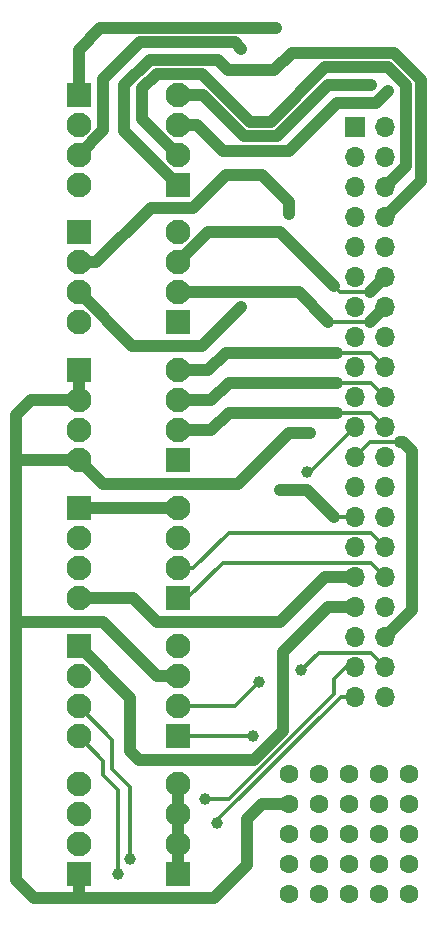
<source format=gbl>
%TF.GenerationSoftware,KiCad,Pcbnew,7.0.5-7.0.5~ubuntu22.04.1*%
%TF.CreationDate,2023-08-20T16:34:42-07:00*%
%TF.ProjectId,terminal_strip_adaptor,7465726d-696e-4616-9c5f-73747269705f,rev?*%
%TF.SameCoordinates,Original*%
%TF.FileFunction,Copper,L2,Bot*%
%TF.FilePolarity,Positive*%
%FSLAX46Y46*%
G04 Gerber Fmt 4.6, Leading zero omitted, Abs format (unit mm)*
G04 Created by KiCad (PCBNEW 7.0.5-7.0.5~ubuntu22.04.1) date 2023-08-20 16:34:42*
%MOMM*%
%LPD*%
G01*
G04 APERTURE LIST*
%TA.AperFunction,ComponentPad*%
%ADD10R,2.100000X2.100000*%
%TD*%
%TA.AperFunction,ComponentPad*%
%ADD11C,2.100000*%
%TD*%
%TA.AperFunction,ComponentPad*%
%ADD12C,1.600000*%
%TD*%
%TA.AperFunction,ComponentPad*%
%ADD13R,1.700000X1.700000*%
%TD*%
%TA.AperFunction,ComponentPad*%
%ADD14O,1.700000X1.700000*%
%TD*%
%TA.AperFunction,ViaPad*%
%ADD15C,1.000000*%
%TD*%
%TA.AperFunction,Conductor*%
%ADD16C,0.350000*%
%TD*%
%TA.AperFunction,Conductor*%
%ADD17C,1.000000*%
%TD*%
G04 APERTURE END LIST*
D10*
%TO.P,J10,1,Pin_1*%
%TO.N,/IGN_3*%
X177500000Y-73439600D03*
D11*
%TO.P,J10,2,Pin_2*%
%TO.N,/IGN_2*%
X177500000Y-70899600D03*
%TO.P,J10,3,Pin_3*%
%TO.N,/BOOST*%
X177500000Y-68359600D03*
%TO.P,J10,4,Pin_4*%
%TO.N,/IDLE_2*%
X177500000Y-65819600D03*
%TD*%
D10*
%TO.P,J8,1,Pin_1*%
%TO.N,/CRANK_VR1+*%
X177500000Y-96790800D03*
D11*
%TO.P,J8,2,Pin_2*%
%TO.N,/VR2-*%
X177500000Y-94250800D03*
%TO.P,J8,3,Pin_3*%
%TO.N,/VR1-*%
X177500000Y-91710800D03*
%TO.P,J8,4,Pin_4*%
%TO.N,/5V*%
X177500000Y-89170800D03*
%TD*%
D10*
%TO.P,J11,1,Pin_1*%
%TO.N,/PWM_IDLE*%
X177500000Y-61764000D03*
D11*
%TO.P,J11,2,Pin_2*%
%TO.N,/VVT*%
X177500000Y-59224000D03*
%TO.P,J11,3,Pin_3*%
%TO.N,/INJ2_P2*%
X177500000Y-56684000D03*
%TO.P,J11,4,Pin_4*%
%TO.N,/INJ1_P2*%
X177500000Y-54144000D03*
%TD*%
D10*
%TO.P,J13,1,Pin_1*%
%TO.N,/5V*%
X177500000Y-120142000D03*
D11*
%TO.P,J13,2,Pin_2*%
X177500000Y-117602000D03*
%TO.P,J13,3,Pin_3*%
X177500000Y-115062000D03*
%TO.P,J13,4,Pin_4*%
X177500000Y-112522000D03*
%TD*%
D10*
%TO.P,J9,1,Pin_1*%
%TO.N,/IDLE_STEP_2B*%
X177500000Y-85115200D03*
D11*
%TO.P,J9,2,Pin_2*%
%TO.N,/IDLE_STEP_2A*%
X177500000Y-82575200D03*
%TO.P,J9,3,Pin_3*%
%TO.N,/IDLE_STEP_1A*%
X177500000Y-80035200D03*
%TO.P,J9,4,Pin_4*%
%TO.N,/IDLE_STEP_1B*%
X177500000Y-77495200D03*
%TD*%
D10*
%TO.P,J6,1,Pin_1*%
%TO.N,/PROTO_4*%
X169118000Y-100838400D03*
D11*
%TO.P,J6,2,Pin_2*%
%TO.N,/PROTO_5*%
X169118000Y-103378400D03*
%TO.P,J6,3,Pin_3*%
%TO.N,/CLT*%
X169118000Y-105918400D03*
%TO.P,J6,4,Pin_4*%
%TO.N,/IAT*%
X169118000Y-108458400D03*
%TD*%
D10*
%TO.P,J12,1,Pin_1*%
%TO.N,/GND*%
X169118000Y-120142000D03*
D11*
%TO.P,J12,2,Pin_2*%
X169118000Y-117602000D03*
%TO.P,J12,3,Pin_3*%
X169118000Y-115062000D03*
%TO.P,J12,4,Pin_4*%
X169118000Y-112522000D03*
%TD*%
D12*
%TO.P,J14,1,Pin_1*%
%TO.N,/5V*%
X186944000Y-111633000D03*
%TO.P,J14,2,Pin_2*%
%TO.N,/GND*%
X186944000Y-114173000D03*
%TO.P,J14,3,Pin_3*%
%TO.N,Net-(J14-Pin_3)*%
X186944000Y-116713000D03*
%TO.P,J14,4,Pin_4*%
X186944000Y-119253000D03*
%TO.P,J14,5,Pin_5*%
X186944000Y-121793000D03*
%TO.P,J14,6,Pin_6*%
%TO.N,/5V*%
X189484000Y-111633000D03*
%TO.P,J14,7,Pin_7*%
%TO.N,/GND*%
X189484000Y-114173000D03*
%TO.P,J14,8,Pin_8*%
%TO.N,Net-(J14-Pin_10)*%
X189484000Y-116713000D03*
%TO.P,J14,9,Pin_9*%
X189484000Y-119253000D03*
%TO.P,J14,10,Pin_10*%
X189484000Y-121793000D03*
%TO.P,J14,11,Pin_11*%
%TO.N,/5V*%
X192024000Y-111633000D03*
%TO.P,J14,12,Pin_12*%
%TO.N,/GND*%
X192024000Y-114173000D03*
%TO.P,J14,13,Pin_13*%
%TO.N,Net-(J14-Pin_13)*%
X192024000Y-116713000D03*
%TO.P,J14,14,Pin_14*%
X192024000Y-119253000D03*
%TO.P,J14,15,Pin_15*%
X192024000Y-121793000D03*
%TO.P,J14,16,Pin_16*%
%TO.N,/5V*%
X194564000Y-111633000D03*
%TO.P,J14,17,Pin_17*%
%TO.N,/GND*%
X194564000Y-114173000D03*
%TO.P,J14,18,Pin_18*%
%TO.N,Net-(J14-Pin_18)*%
X194564000Y-116713000D03*
%TO.P,J14,19,Pin_19*%
X194564000Y-119253000D03*
%TO.P,J14,20,Pin_20*%
X194564000Y-121793000D03*
%TO.P,J14,21,Pin_21*%
%TO.N,/5V*%
X197104000Y-111633000D03*
%TO.P,J14,22,Pin_22*%
%TO.N,/GND*%
X197104000Y-114173000D03*
%TO.P,J14,23,Pin_23*%
%TO.N,Net-(J14-Pin_23)*%
X197104000Y-116713000D03*
%TO.P,J14,24,Pin_24*%
X197104000Y-119253000D03*
%TO.P,J14,25,Pin_25*%
X197104000Y-121793000D03*
%TD*%
D10*
%TO.P,J5,1,Pin_1*%
%TO.N,/5V*%
X169118000Y-89164800D03*
D11*
%TO.P,J5,2,Pin_2*%
%TO.N,/PROTO_1*%
X169118000Y-91704800D03*
%TO.P,J5,3,Pin_3*%
%TO.N,/PROTO_2*%
X169118000Y-94244800D03*
%TO.P,J5,4,Pin_4*%
%TO.N,/PROTO_3*%
X169118000Y-96784800D03*
%TD*%
D10*
%TO.P,J4,1,Pin_1*%
%TO.N,/GND*%
X169118000Y-77491200D03*
D11*
%TO.P,J4,2,Pin_2*%
X169118000Y-80031200D03*
%TO.P,J4,3,Pin_3*%
%TO.N,/MAP*%
X169118000Y-82571200D03*
%TO.P,J4,4,Pin_4*%
%TO.N,/GND*%
X169118000Y-85111200D03*
%TD*%
D10*
%TO.P,J7,1,Pin_1*%
%TO.N,/O2*%
X177500000Y-108466400D03*
D11*
%TO.P,J7,2,Pin_2*%
%TO.N,/TPS*%
X177500000Y-105926400D03*
%TO.P,J7,3,Pin_3*%
%TO.N,/GND*%
X177500000Y-103386400D03*
%TO.P,J7,4,Pin_4*%
%TO.N,/CAM_VR2+*%
X177500000Y-100846400D03*
%TD*%
D10*
%TO.P,J3,1,Pin_1*%
%TO.N,/INJ4_P1*%
X169118000Y-65817600D03*
D11*
%TO.P,J3,2,Pin_2*%
%TO.N,/INJ4_P2*%
X169118000Y-68357600D03*
%TO.P,J3,3,Pin_3*%
%TO.N,/IGN_1*%
X169118000Y-70897600D03*
%TO.P,J3,4,Pin_4*%
%TO.N,/IGN_4*%
X169118000Y-73437600D03*
%TD*%
D10*
%TO.P,J2,1,Pin_1*%
%TO.N,/INJ1_P1*%
X169118000Y-54144000D03*
D11*
%TO.P,J2,2,Pin_2*%
%TO.N,/INJ2_P1*%
X169118000Y-56684000D03*
%TO.P,J2,3,Pin_3*%
%TO.N,/INJ3_P1*%
X169118000Y-59224000D03*
%TO.P,J2,4,Pin_4*%
%TO.N,/INJ3_P2*%
X169118000Y-61764000D03*
%TD*%
D13*
%TO.P,J1,1,Pin_1*%
%TO.N,/INJ1_P1*%
X192532000Y-56896000D03*
D14*
%TO.P,J1,2,Pin_2*%
%TO.N,/INJ2_P1*%
X192532000Y-59436000D03*
%TO.P,J1,3,Pin_3*%
%TO.N,/INJ3_P1*%
X192532000Y-61976000D03*
%TO.P,J1,4,Pin_4*%
%TO.N,/INJ3_P2*%
X192532000Y-64516000D03*
%TO.P,J1,5,Pin_5*%
%TO.N,/INJ4_P1*%
X192532000Y-67056000D03*
%TO.P,J1,6,Pin_6*%
%TO.N,/INJ4_P2*%
X192532000Y-69596000D03*
%TO.P,J1,7,Pin_7*%
%TO.N,/IGN_1*%
X192532000Y-72136000D03*
%TO.P,J1,8,Pin_8*%
%TO.N,/IGN_4*%
X192532000Y-74676000D03*
%TO.P,J1,9,Pin_9*%
%TO.N,/GND*%
X192532000Y-77216000D03*
%TO.P,J1,10,Pin_10*%
X192532000Y-79756000D03*
%TO.P,J1,11,Pin_11*%
%TO.N,/MAP*%
X192532000Y-82296000D03*
%TO.P,J1,12,Pin_12*%
%TO.N,/GND*%
X192532000Y-84836000D03*
%TO.P,J1,13,Pin_13*%
%TO.N,/5V*%
X192532000Y-87376000D03*
%TO.P,J1,14,Pin_14*%
%TO.N,/PROTO_1*%
X192532000Y-89916000D03*
%TO.P,J1,15,Pin_15*%
%TO.N,/PROTO_2*%
X192532000Y-92456000D03*
%TO.P,J1,16,Pin_16*%
%TO.N,/PROTO_3*%
X192532000Y-94996000D03*
%TO.P,J1,17,Pin_17*%
%TO.N,/PROTO_4*%
X192532000Y-97536000D03*
%TO.P,J1,18,Pin_18*%
%TO.N,/PROTO_5*%
X192532000Y-100076000D03*
%TO.P,J1,19,Pin_19*%
%TO.N,/CLT*%
X192532000Y-102616000D03*
%TO.P,J1,20,Pin_20*%
%TO.N,/IAT*%
X192532000Y-105156000D03*
%TO.P,J1,21,Pin_21*%
%TO.N,/O2*%
X195072000Y-105156000D03*
%TO.P,J1,22,Pin_22*%
%TO.N,/TPS*%
X195072000Y-102616000D03*
%TO.P,J1,23,Pin_23*%
%TO.N,/GND*%
X195072000Y-100076000D03*
%TO.P,J1,24,Pin_24*%
%TO.N,/CAM_VR2+*%
X195072000Y-97536000D03*
%TO.P,J1,25,Pin_25*%
%TO.N,/CRANK_VR1+*%
X195072000Y-94996000D03*
%TO.P,J1,26,Pin_26*%
%TO.N,/VR2-*%
X195072000Y-92456000D03*
%TO.P,J1,27,Pin_27*%
%TO.N,/VR1-*%
X195072000Y-89916000D03*
%TO.P,J1,28,Pin_28*%
%TO.N,/5V*%
X195072000Y-87376000D03*
%TO.P,J1,29,Pin_29*%
%TO.N,/IDLE_STEP_2B*%
X195072000Y-84836000D03*
%TO.P,J1,30,Pin_30*%
%TO.N,/IDLE_STEP_2A*%
X195072000Y-82296000D03*
%TO.P,J1,31,Pin_31*%
%TO.N,/IDLE_STEP_1A*%
X195072000Y-79756000D03*
%TO.P,J1,32,Pin_32*%
%TO.N,/IDLE_STEP_1B*%
X195072000Y-77216000D03*
%TO.P,J1,33,Pin_33*%
%TO.N,/IGN_3*%
X195072000Y-74676000D03*
%TO.P,J1,34,Pin_34*%
%TO.N,/IGN_2*%
X195072000Y-72136000D03*
%TO.P,J1,35,Pin_35*%
%TO.N,/BOOST*%
X195072000Y-69596000D03*
%TO.P,J1,36,Pin_36*%
%TO.N,/IDLE_2*%
X195072000Y-67056000D03*
%TO.P,J1,37,Pin_37*%
%TO.N,/PWM_IDLE*%
X195072000Y-64516000D03*
%TO.P,J1,38,Pin_38*%
%TO.N,/VVT*%
X195072000Y-61976000D03*
%TO.P,J1,39,Pin_39*%
%TO.N,/INJ2_P2*%
X195072000Y-59436000D03*
%TO.P,J1,40,Pin_40*%
%TO.N,/INJ1_P2*%
X195072000Y-56896000D03*
%TD*%
D15*
%TO.N,/INJ1_P1*%
X185790000Y-48514000D03*
%TO.N,/INJ3_P1*%
X182880000Y-50292000D03*
%TO.N,/INJ4_P2*%
X186944000Y-64262000D03*
%TO.N,/IGN_1*%
X182880000Y-72136000D03*
%TO.N,/GND*%
X188722000Y-82804000D03*
%TO.N,/MAP*%
X188468000Y-86106000D03*
%TO.N,/PROTO_1*%
X186182000Y-87630000D03*
%TO.N,/CLT*%
X179832000Y-113792000D03*
X173482000Y-118872000D03*
%TO.N,/IAT*%
X172466000Y-120142000D03*
X180848000Y-115824000D03*
%TO.N,/O2*%
X183896000Y-108466400D03*
%TO.N,/TPS*%
X184404000Y-103886000D03*
X187960000Y-102870000D03*
%TO.N,/INJ2_P2*%
X195326000Y-53848000D03*
%TO.N,/INJ1_P2*%
X193888497Y-53340000D03*
%TD*%
D16*
%TO.N,/O2*%
X177500000Y-108466400D02*
X183896000Y-108466400D01*
D17*
%TO.N,/INJ1_P1*%
X185790000Y-48514000D02*
X170942000Y-48514000D01*
X169118000Y-50338000D02*
X169118000Y-54144000D01*
X170942000Y-48514000D02*
X169118000Y-50338000D01*
%TO.N,/INJ3_P1*%
X171196000Y-52832000D02*
X171196000Y-57146000D01*
X171196000Y-57146000D02*
X169118000Y-59224000D01*
X174314000Y-49714000D02*
X171196000Y-52832000D01*
X182880000Y-50292000D02*
X182302000Y-49714000D01*
X182302000Y-49714000D02*
X174314000Y-49714000D01*
%TO.N,/INJ4_P2*%
X181610000Y-60960000D02*
X178816000Y-63754000D01*
X175206524Y-63754000D02*
X170602924Y-68357600D01*
X186944000Y-63246000D02*
X184658000Y-60960000D01*
X170602924Y-68357600D02*
X169118000Y-68357600D01*
X186944000Y-64262000D02*
X186944000Y-63246000D01*
X184658000Y-60960000D02*
X181610000Y-60960000D01*
X178816000Y-63754000D02*
X175206524Y-63754000D01*
%TO.N,/IGN_1*%
X179578000Y-75438000D02*
X173658400Y-75438000D01*
X182880000Y-72136000D02*
X179578000Y-75438000D01*
X173658400Y-75438000D02*
X169118000Y-70897600D01*
%TO.N,/GND*%
X163830000Y-85090000D02*
X163830000Y-81280000D01*
X165354000Y-122174000D02*
X163830000Y-120650000D01*
X197358000Y-84328000D02*
X196596000Y-83566000D01*
X180594000Y-122174000D02*
X183388000Y-119380000D01*
X186944000Y-82804000D02*
X182626000Y-87122000D01*
X165078800Y-80031200D02*
X169118000Y-80031200D01*
X171196000Y-98806000D02*
X164084000Y-98806000D01*
X163830000Y-81280000D02*
X165078800Y-80031200D01*
X197358000Y-97790000D02*
X197358000Y-84328000D01*
X183388000Y-119380000D02*
X183388000Y-115443000D01*
D16*
X193802000Y-83566000D02*
X196342000Y-83566000D01*
D17*
X188722000Y-82804000D02*
X186944000Y-82804000D01*
X163830000Y-120650000D02*
X163830000Y-99060000D01*
X163851200Y-85111200D02*
X163830000Y-85090000D01*
D16*
X192532000Y-84836000D02*
X193802000Y-83566000D01*
D17*
X196596000Y-83566000D02*
X196342000Y-83566000D01*
X183388000Y-115443000D02*
X184658000Y-114173000D01*
X184658000Y-114173000D02*
X186944000Y-114173000D01*
X163830000Y-99060000D02*
X163830000Y-85090000D01*
X182626000Y-87122000D02*
X171128800Y-87122000D01*
X195072000Y-100076000D02*
X197358000Y-97790000D01*
X164084000Y-98806000D02*
X163830000Y-99060000D01*
X169118000Y-122128000D02*
X169164000Y-122174000D01*
X175776400Y-103386400D02*
X171196000Y-98806000D01*
X169164000Y-122174000D02*
X180594000Y-122174000D01*
X169118000Y-77491200D02*
X169118000Y-80031200D01*
X169118000Y-120142000D02*
X169118000Y-122128000D01*
X171128800Y-87122000D02*
X169118000Y-85111200D01*
X169164000Y-122174000D02*
X165354000Y-122174000D01*
X169118000Y-85111200D02*
X163851200Y-85111200D01*
X177500000Y-103386400D02*
X175776400Y-103386400D01*
D16*
%TO.N,/MAP*%
X188722000Y-86106000D02*
X192532000Y-82296000D01*
X188468000Y-86106000D02*
X188722000Y-86106000D01*
D17*
%TO.N,/5V*%
X177500000Y-120142000D02*
X177500000Y-112522000D01*
X169118000Y-89164800D02*
X177494000Y-89164800D01*
%TO.N,/PROTO_1*%
X186182000Y-87630000D02*
X188468000Y-87630000D01*
X188468000Y-87630000D02*
X190754000Y-89916000D01*
D16*
X190754000Y-89916000D02*
X192532000Y-89916000D01*
D17*
%TO.N,/PROTO_3*%
X169118000Y-96784800D02*
X173746800Y-96784800D01*
X173746800Y-96784800D02*
X175768000Y-98806000D01*
X186182000Y-98806000D02*
X189992000Y-94996000D01*
X175768000Y-98806000D02*
X186182000Y-98806000D01*
X189992000Y-94996000D02*
X192532000Y-94996000D01*
%TO.N,/PROTO_4*%
X186436000Y-107990035D02*
X186436000Y-101359365D01*
X173482000Y-109728000D02*
X174244000Y-110490000D01*
X190259365Y-97536000D02*
X192532000Y-97536000D01*
X169118000Y-100838400D02*
X173482000Y-105202400D01*
X186436000Y-101359365D02*
X190259365Y-97536000D01*
X183936035Y-110490000D02*
X186436000Y-107990035D01*
X174244000Y-110490000D02*
X183936035Y-110490000D01*
X173482000Y-105202400D02*
X173482000Y-109728000D01*
D16*
%TO.N,/CLT*%
X190754000Y-103632000D02*
X191770000Y-102616000D01*
X169118000Y-105918400D02*
X171958000Y-108758400D01*
X171958000Y-111252000D02*
X173482000Y-112776000D01*
X179832000Y-113792000D02*
X181871471Y-113792000D01*
X191770000Y-102616000D02*
X192532000Y-102616000D01*
X171958000Y-108758400D02*
X171958000Y-111252000D01*
X181871471Y-113792000D02*
X190754000Y-104909471D01*
X190754000Y-104909471D02*
X190754000Y-103632000D01*
X173482000Y-112776000D02*
X173482000Y-118872000D01*
%TO.N,/IAT*%
X171196000Y-110536400D02*
X171196000Y-111760000D01*
X180848000Y-115824000D02*
X180848000Y-115593289D01*
X172466000Y-113030000D02*
X172466000Y-120142000D01*
X191285289Y-105156000D02*
X192532000Y-105156000D01*
X180848000Y-115593289D02*
X191285289Y-105156000D01*
X169118000Y-108458400D02*
X171196000Y-110536400D01*
X171196000Y-111760000D02*
X172466000Y-113030000D01*
%TO.N,/TPS*%
X189439000Y-101391000D02*
X193847000Y-101391000D01*
X177500000Y-105926400D02*
X182363600Y-105926400D01*
X187960000Y-102870000D02*
X189439000Y-101391000D01*
X193847000Y-101391000D02*
X195072000Y-102616000D01*
X182363600Y-105926400D02*
X184404000Y-103886000D01*
%TO.N,/CRANK_VR1+*%
X178291200Y-96790800D02*
X181311000Y-93771000D01*
X181311000Y-93771000D02*
X193847000Y-93771000D01*
X193847000Y-93771000D02*
X195072000Y-94996000D01*
%TO.N,/VR2-*%
X193847000Y-91231000D02*
X195072000Y-92456000D01*
X178784600Y-94250800D02*
X181804400Y-91231000D01*
X177500000Y-94250800D02*
X178784600Y-94250800D01*
X181804400Y-91231000D02*
X193847000Y-91231000D01*
D17*
%TO.N,/IDLE_STEP_2A*%
X181819000Y-81071000D02*
X191008000Y-81071000D01*
X177500000Y-82575200D02*
X180314800Y-82575200D01*
X180314800Y-82575200D02*
X181819000Y-81071000D01*
D16*
X191008000Y-81071000D02*
X193847000Y-81071000D01*
X193847000Y-81071000D02*
X195072000Y-82296000D01*
D17*
%TO.N,/IDLE_STEP_1A*%
X181819000Y-78531000D02*
X191008000Y-78531000D01*
X180314800Y-80035200D02*
X181819000Y-78531000D01*
D16*
X191008000Y-78531000D02*
X193847000Y-78531000D01*
D17*
X177500000Y-80035200D02*
X180314800Y-80035200D01*
D16*
X193847000Y-78531000D02*
X195072000Y-79756000D01*
D17*
%TO.N,/IDLE_STEP_1B*%
X181565000Y-75991000D02*
X191008000Y-75991000D01*
X181565000Y-75991000D02*
X180060800Y-77495200D01*
D16*
X193847000Y-75991000D02*
X191008000Y-75991000D01*
X195072000Y-77216000D02*
X193847000Y-75991000D01*
D17*
X180060800Y-77495200D02*
X177500000Y-77495200D01*
D16*
%TO.N,/IGN_2*%
X193802000Y-73406000D02*
X190246000Y-73406000D01*
D17*
X177500000Y-70899600D02*
X187739600Y-70899600D01*
X195072000Y-72136000D02*
X193802000Y-73406000D01*
X187739600Y-70899600D02*
X190246000Y-73406000D01*
%TO.N,/BOOST*%
X193802000Y-70866000D02*
X195072000Y-69596000D01*
X190754000Y-70358000D02*
X186182000Y-65786000D01*
X180073600Y-65786000D02*
X177500000Y-68359600D01*
D16*
X190754000Y-70358000D02*
X191262000Y-70866000D01*
D17*
X186182000Y-65786000D02*
X180073600Y-65786000D01*
D16*
X191262000Y-70866000D02*
X193802000Y-70866000D01*
D17*
%TO.N,/PWM_IDLE*%
X172974000Y-53340000D02*
X172974000Y-57238000D01*
X195072000Y-64516000D02*
X198120000Y-61468000D01*
X187128000Y-50616000D02*
X185674000Y-52070000D01*
X198120000Y-52912944D02*
X195823056Y-50616000D01*
X195823056Y-50616000D02*
X187128000Y-50616000D01*
X172974000Y-57238000D02*
X177500000Y-61764000D01*
X185674000Y-52070000D02*
X181783056Y-52070000D01*
X180907056Y-51194000D02*
X175120000Y-51194000D01*
X198120000Y-61468000D02*
X198120000Y-52912944D01*
X181783056Y-52070000D02*
X180907056Y-51194000D01*
X175120000Y-51194000D02*
X172974000Y-53340000D01*
%TO.N,/VVT*%
X196850000Y-53340000D02*
X195326000Y-51816000D01*
X174498000Y-53594000D02*
X174498000Y-56222000D01*
X183631056Y-56458000D02*
X179567056Y-52394000D01*
X195072000Y-61976000D02*
X196850000Y-60198000D01*
X195326000Y-51816000D02*
X189992000Y-51816000D01*
X196850000Y-60198000D02*
X196850000Y-53340000D01*
X185350000Y-56458000D02*
X183631056Y-56458000D01*
X189992000Y-51816000D02*
X185350000Y-56458000D01*
X179567056Y-52394000D02*
X175698000Y-52394000D01*
X174498000Y-56222000D02*
X177500000Y-59224000D01*
X175698000Y-52394000D02*
X174498000Y-53594000D01*
%TO.N,/INJ2_P2*%
X194310000Y-54864000D02*
X191008000Y-54864000D01*
X191008000Y-54864000D02*
X186944000Y-58928000D01*
X186944000Y-58928000D02*
X181356000Y-58928000D01*
X181356000Y-58928000D02*
X179112000Y-56684000D01*
X179112000Y-56684000D02*
X177500000Y-56684000D01*
X195326000Y-53848000D02*
X194310000Y-54864000D01*
%TO.N,/INJ1_P2*%
X179620000Y-54144000D02*
X177500000Y-54144000D01*
X190246000Y-53340000D02*
X185928000Y-57658000D01*
X193888497Y-53340000D02*
X190246000Y-53340000D01*
X185928000Y-57658000D02*
X183134000Y-57658000D01*
X183134000Y-57658000D02*
X179620000Y-54144000D01*
%TD*%
M02*

</source>
